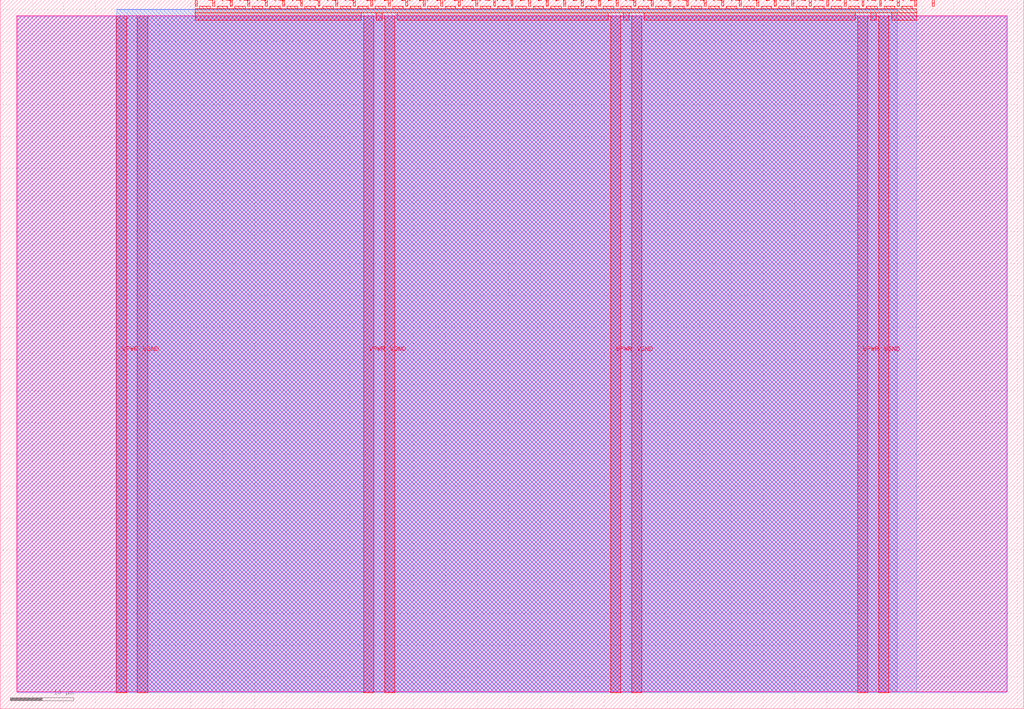
<source format=lef>
VERSION 5.7 ;
  NOWIREEXTENSIONATPIN ON ;
  DIVIDERCHAR "/" ;
  BUSBITCHARS "[]" ;
MACRO tt_um_wokwi_431495416552764417
  CLASS BLOCK ;
  FOREIGN tt_um_wokwi_431495416552764417 ;
  ORIGIN 0.000 0.000 ;
  SIZE 161.000 BY 111.520 ;
  PIN VGND
    DIRECTION INOUT ;
    USE GROUND ;
    PORT
      LAYER met4 ;
        RECT 21.580 2.480 23.180 109.040 ;
    END
    PORT
      LAYER met4 ;
        RECT 60.450 2.480 62.050 109.040 ;
    END
    PORT
      LAYER met4 ;
        RECT 99.320 2.480 100.920 109.040 ;
    END
    PORT
      LAYER met4 ;
        RECT 138.190 2.480 139.790 109.040 ;
    END
  END VGND
  PIN VPWR
    DIRECTION INOUT ;
    USE POWER ;
    PORT
      LAYER met4 ;
        RECT 18.280 2.480 19.880 109.040 ;
    END
    PORT
      LAYER met4 ;
        RECT 57.150 2.480 58.750 109.040 ;
    END
    PORT
      LAYER met4 ;
        RECT 96.020 2.480 97.620 109.040 ;
    END
    PORT
      LAYER met4 ;
        RECT 134.890 2.480 136.490 109.040 ;
    END
  END VPWR
  PIN clk
    DIRECTION INPUT ;
    USE SIGNAL ;
    ANTENNAGATEAREA 0.852000 ;
    PORT
      LAYER met4 ;
        RECT 143.830 110.520 144.130 111.520 ;
    END
  END clk
  PIN ena
    DIRECTION INPUT ;
    USE SIGNAL ;
    PORT
      LAYER met4 ;
        RECT 146.590 110.520 146.890 111.520 ;
    END
  END ena
  PIN rst_n
    DIRECTION INPUT ;
    USE SIGNAL ;
    PORT
      LAYER met4 ;
        RECT 141.070 110.520 141.370 111.520 ;
    END
  END rst_n
  PIN ui_in[0]
    DIRECTION INPUT ;
    USE SIGNAL ;
    ANTENNAGATEAREA 0.196500 ;
    PORT
      LAYER met4 ;
        RECT 138.310 110.520 138.610 111.520 ;
    END
  END ui_in[0]
  PIN ui_in[1]
    DIRECTION INPUT ;
    USE SIGNAL ;
    PORT
      LAYER met4 ;
        RECT 135.550 110.520 135.850 111.520 ;
    END
  END ui_in[1]
  PIN ui_in[2]
    DIRECTION INPUT ;
    USE SIGNAL ;
    PORT
      LAYER met4 ;
        RECT 132.790 110.520 133.090 111.520 ;
    END
  END ui_in[2]
  PIN ui_in[3]
    DIRECTION INPUT ;
    USE SIGNAL ;
    PORT
      LAYER met4 ;
        RECT 130.030 110.520 130.330 111.520 ;
    END
  END ui_in[3]
  PIN ui_in[4]
    DIRECTION INPUT ;
    USE SIGNAL ;
    PORT
      LAYER met4 ;
        RECT 127.270 110.520 127.570 111.520 ;
    END
  END ui_in[4]
  PIN ui_in[5]
    DIRECTION INPUT ;
    USE SIGNAL ;
    PORT
      LAYER met4 ;
        RECT 124.510 110.520 124.810 111.520 ;
    END
  END ui_in[5]
  PIN ui_in[6]
    DIRECTION INPUT ;
    USE SIGNAL ;
    PORT
      LAYER met4 ;
        RECT 121.750 110.520 122.050 111.520 ;
    END
  END ui_in[6]
  PIN ui_in[7]
    DIRECTION INPUT ;
    USE SIGNAL ;
    PORT
      LAYER met4 ;
        RECT 118.990 110.520 119.290 111.520 ;
    END
  END ui_in[7]
  PIN uio_in[0]
    DIRECTION INPUT ;
    USE SIGNAL ;
    PORT
      LAYER met4 ;
        RECT 116.230 110.520 116.530 111.520 ;
    END
  END uio_in[0]
  PIN uio_in[1]
    DIRECTION INPUT ;
    USE SIGNAL ;
    PORT
      LAYER met4 ;
        RECT 113.470 110.520 113.770 111.520 ;
    END
  END uio_in[1]
  PIN uio_in[2]
    DIRECTION INPUT ;
    USE SIGNAL ;
    PORT
      LAYER met4 ;
        RECT 110.710 110.520 111.010 111.520 ;
    END
  END uio_in[2]
  PIN uio_in[3]
    DIRECTION INPUT ;
    USE SIGNAL ;
    PORT
      LAYER met4 ;
        RECT 107.950 110.520 108.250 111.520 ;
    END
  END uio_in[3]
  PIN uio_in[4]
    DIRECTION INPUT ;
    USE SIGNAL ;
    PORT
      LAYER met4 ;
        RECT 105.190 110.520 105.490 111.520 ;
    END
  END uio_in[4]
  PIN uio_in[5]
    DIRECTION INPUT ;
    USE SIGNAL ;
    PORT
      LAYER met4 ;
        RECT 102.430 110.520 102.730 111.520 ;
    END
  END uio_in[5]
  PIN uio_in[6]
    DIRECTION INPUT ;
    USE SIGNAL ;
    PORT
      LAYER met4 ;
        RECT 99.670 110.520 99.970 111.520 ;
    END
  END uio_in[6]
  PIN uio_in[7]
    DIRECTION INPUT ;
    USE SIGNAL ;
    PORT
      LAYER met4 ;
        RECT 96.910 110.520 97.210 111.520 ;
    END
  END uio_in[7]
  PIN uio_oe[0]
    DIRECTION OUTPUT ;
    USE SIGNAL ;
    PORT
      LAYER met4 ;
        RECT 49.990 110.520 50.290 111.520 ;
    END
  END uio_oe[0]
  PIN uio_oe[1]
    DIRECTION OUTPUT ;
    USE SIGNAL ;
    PORT
      LAYER met4 ;
        RECT 47.230 110.520 47.530 111.520 ;
    END
  END uio_oe[1]
  PIN uio_oe[2]
    DIRECTION OUTPUT ;
    USE SIGNAL ;
    PORT
      LAYER met4 ;
        RECT 44.470 110.520 44.770 111.520 ;
    END
  END uio_oe[2]
  PIN uio_oe[3]
    DIRECTION OUTPUT ;
    USE SIGNAL ;
    PORT
      LAYER met4 ;
        RECT 41.710 110.520 42.010 111.520 ;
    END
  END uio_oe[3]
  PIN uio_oe[4]
    DIRECTION OUTPUT ;
    USE SIGNAL ;
    PORT
      LAYER met4 ;
        RECT 38.950 110.520 39.250 111.520 ;
    END
  END uio_oe[4]
  PIN uio_oe[5]
    DIRECTION OUTPUT ;
    USE SIGNAL ;
    PORT
      LAYER met4 ;
        RECT 36.190 110.520 36.490 111.520 ;
    END
  END uio_oe[5]
  PIN uio_oe[6]
    DIRECTION OUTPUT ;
    USE SIGNAL ;
    PORT
      LAYER met4 ;
        RECT 33.430 110.520 33.730 111.520 ;
    END
  END uio_oe[6]
  PIN uio_oe[7]
    DIRECTION OUTPUT ;
    USE SIGNAL ;
    PORT
      LAYER met4 ;
        RECT 30.670 110.520 30.970 111.520 ;
    END
  END uio_oe[7]
  PIN uio_out[0]
    DIRECTION OUTPUT ;
    USE SIGNAL ;
    PORT
      LAYER met4 ;
        RECT 72.070 110.520 72.370 111.520 ;
    END
  END uio_out[0]
  PIN uio_out[1]
    DIRECTION OUTPUT ;
    USE SIGNAL ;
    PORT
      LAYER met4 ;
        RECT 69.310 110.520 69.610 111.520 ;
    END
  END uio_out[1]
  PIN uio_out[2]
    DIRECTION OUTPUT ;
    USE SIGNAL ;
    PORT
      LAYER met4 ;
        RECT 66.550 110.520 66.850 111.520 ;
    END
  END uio_out[2]
  PIN uio_out[3]
    DIRECTION OUTPUT ;
    USE SIGNAL ;
    PORT
      LAYER met4 ;
        RECT 63.790 110.520 64.090 111.520 ;
    END
  END uio_out[3]
  PIN uio_out[4]
    DIRECTION OUTPUT ;
    USE SIGNAL ;
    PORT
      LAYER met4 ;
        RECT 61.030 110.520 61.330 111.520 ;
    END
  END uio_out[4]
  PIN uio_out[5]
    DIRECTION OUTPUT ;
    USE SIGNAL ;
    PORT
      LAYER met4 ;
        RECT 58.270 110.520 58.570 111.520 ;
    END
  END uio_out[5]
  PIN uio_out[6]
    DIRECTION OUTPUT ;
    USE SIGNAL ;
    PORT
      LAYER met4 ;
        RECT 55.510 110.520 55.810 111.520 ;
    END
  END uio_out[6]
  PIN uio_out[7]
    DIRECTION OUTPUT ;
    USE SIGNAL ;
    PORT
      LAYER met4 ;
        RECT 52.750 110.520 53.050 111.520 ;
    END
  END uio_out[7]
  PIN uo_out[0]
    DIRECTION OUTPUT ;
    USE SIGNAL ;
    ANTENNADIFFAREA 0.445500 ;
    PORT
      LAYER met4 ;
        RECT 94.150 110.520 94.450 111.520 ;
    END
  END uo_out[0]
  PIN uo_out[1]
    DIRECTION OUTPUT ;
    USE SIGNAL ;
    ANTENNADIFFAREA 0.445500 ;
    PORT
      LAYER met4 ;
        RECT 91.390 110.520 91.690 111.520 ;
    END
  END uo_out[1]
  PIN uo_out[2]
    DIRECTION OUTPUT ;
    USE SIGNAL ;
    PORT
      LAYER met4 ;
        RECT 88.630 110.520 88.930 111.520 ;
    END
  END uo_out[2]
  PIN uo_out[3]
    DIRECTION OUTPUT ;
    USE SIGNAL ;
    PORT
      LAYER met4 ;
        RECT 85.870 110.520 86.170 111.520 ;
    END
  END uo_out[3]
  PIN uo_out[4]
    DIRECTION OUTPUT ;
    USE SIGNAL ;
    PORT
      LAYER met4 ;
        RECT 83.110 110.520 83.410 111.520 ;
    END
  END uo_out[4]
  PIN uo_out[5]
    DIRECTION OUTPUT ;
    USE SIGNAL ;
    PORT
      LAYER met4 ;
        RECT 80.350 110.520 80.650 111.520 ;
    END
  END uo_out[5]
  PIN uo_out[6]
    DIRECTION OUTPUT ;
    USE SIGNAL ;
    PORT
      LAYER met4 ;
        RECT 77.590 110.520 77.890 111.520 ;
    END
  END uo_out[6]
  PIN uo_out[7]
    DIRECTION OUTPUT ;
    USE SIGNAL ;
    PORT
      LAYER met4 ;
        RECT 74.830 110.520 75.130 111.520 ;
    END
  END uo_out[7]
  OBS
      LAYER nwell ;
        RECT 2.570 2.635 158.430 108.990 ;
      LAYER li1 ;
        RECT 2.760 2.635 158.240 108.885 ;
      LAYER met1 ;
        RECT 2.760 2.480 158.240 109.040 ;
      LAYER met2 ;
        RECT 18.310 2.535 141.130 110.005 ;
      LAYER met3 ;
        RECT 18.290 2.555 144.170 109.985 ;
      LAYER met4 ;
        RECT 31.370 110.120 33.030 110.520 ;
        RECT 34.130 110.120 35.790 110.520 ;
        RECT 36.890 110.120 38.550 110.520 ;
        RECT 39.650 110.120 41.310 110.520 ;
        RECT 42.410 110.120 44.070 110.520 ;
        RECT 45.170 110.120 46.830 110.520 ;
        RECT 47.930 110.120 49.590 110.520 ;
        RECT 50.690 110.120 52.350 110.520 ;
        RECT 53.450 110.120 55.110 110.520 ;
        RECT 56.210 110.120 57.870 110.520 ;
        RECT 58.970 110.120 60.630 110.520 ;
        RECT 61.730 110.120 63.390 110.520 ;
        RECT 64.490 110.120 66.150 110.520 ;
        RECT 67.250 110.120 68.910 110.520 ;
        RECT 70.010 110.120 71.670 110.520 ;
        RECT 72.770 110.120 74.430 110.520 ;
        RECT 75.530 110.120 77.190 110.520 ;
        RECT 78.290 110.120 79.950 110.520 ;
        RECT 81.050 110.120 82.710 110.520 ;
        RECT 83.810 110.120 85.470 110.520 ;
        RECT 86.570 110.120 88.230 110.520 ;
        RECT 89.330 110.120 90.990 110.520 ;
        RECT 92.090 110.120 93.750 110.520 ;
        RECT 94.850 110.120 96.510 110.520 ;
        RECT 97.610 110.120 99.270 110.520 ;
        RECT 100.370 110.120 102.030 110.520 ;
        RECT 103.130 110.120 104.790 110.520 ;
        RECT 105.890 110.120 107.550 110.520 ;
        RECT 108.650 110.120 110.310 110.520 ;
        RECT 111.410 110.120 113.070 110.520 ;
        RECT 114.170 110.120 115.830 110.520 ;
        RECT 116.930 110.120 118.590 110.520 ;
        RECT 119.690 110.120 121.350 110.520 ;
        RECT 122.450 110.120 124.110 110.520 ;
        RECT 125.210 110.120 126.870 110.520 ;
        RECT 127.970 110.120 129.630 110.520 ;
        RECT 130.730 110.120 132.390 110.520 ;
        RECT 133.490 110.120 135.150 110.520 ;
        RECT 136.250 110.120 137.910 110.520 ;
        RECT 139.010 110.120 140.670 110.520 ;
        RECT 141.770 110.120 143.430 110.520 ;
        RECT 30.655 109.440 144.145 110.120 ;
        RECT 30.655 108.295 56.750 109.440 ;
        RECT 59.150 108.295 60.050 109.440 ;
        RECT 62.450 108.295 95.620 109.440 ;
        RECT 98.020 108.295 98.920 109.440 ;
        RECT 101.320 108.295 134.490 109.440 ;
        RECT 136.890 108.295 137.790 109.440 ;
        RECT 140.190 108.295 144.145 109.440 ;
  END
END tt_um_wokwi_431495416552764417
END LIBRARY


</source>
